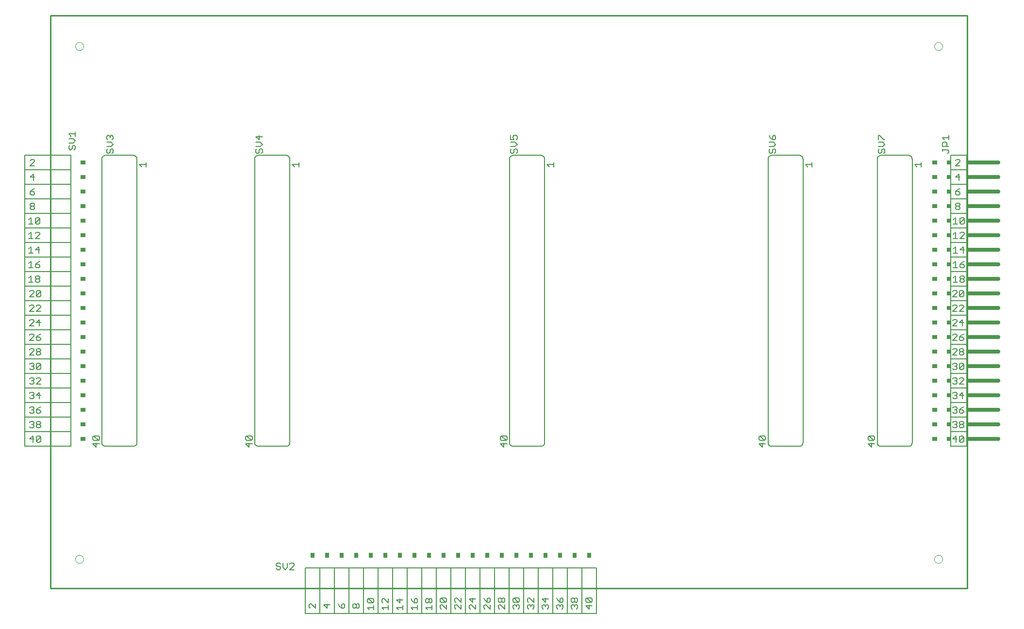
<source format=gbr>
G75*
G70*
%OFA0B0*%
%FSLAX24Y24*%
%IPPOS*%
%LPD*%
%AMOC8*
5,1,8,0,0,1.08239X$1,22.5*
%
%ADD10C,0.0100*%
%ADD11C,0.0000*%
%ADD12C,0.0050*%
%ADD13R,0.0300X0.0260*%
%ADD14C,0.0260*%
%ADD15R,0.0260X0.0260*%
%ADD16R,0.0320X0.0260*%
%ADD17R,0.0260X0.0320*%
D10*
X001885Y001885D02*
X064877Y001885D01*
X064877Y041255D01*
X001885Y041255D01*
X001885Y001885D01*
D11*
X003605Y003885D02*
X003607Y003919D01*
X003613Y003952D01*
X003623Y003984D01*
X003637Y004015D01*
X003655Y004044D01*
X003675Y004071D01*
X003699Y004095D01*
X003726Y004115D01*
X003755Y004133D01*
X003786Y004147D01*
X003818Y004157D01*
X003851Y004163D01*
X003885Y004165D01*
X003919Y004163D01*
X003952Y004157D01*
X003984Y004147D01*
X004015Y004133D01*
X004044Y004115D01*
X004071Y004095D01*
X004095Y004071D01*
X004115Y004044D01*
X004133Y004015D01*
X004147Y003984D01*
X004157Y003952D01*
X004163Y003919D01*
X004165Y003885D01*
X004163Y003851D01*
X004157Y003818D01*
X004147Y003786D01*
X004133Y003755D01*
X004115Y003726D01*
X004095Y003699D01*
X004071Y003675D01*
X004044Y003655D01*
X004015Y003637D01*
X003984Y003623D01*
X003952Y003613D01*
X003919Y003607D01*
X003885Y003605D01*
X003851Y003607D01*
X003818Y003613D01*
X003786Y003623D01*
X003755Y003637D01*
X003726Y003655D01*
X003699Y003675D01*
X003675Y003699D01*
X003655Y003726D01*
X003637Y003755D01*
X003623Y003786D01*
X003613Y003818D01*
X003607Y003851D01*
X003605Y003885D01*
X003605Y039135D02*
X003607Y039169D01*
X003613Y039202D01*
X003623Y039234D01*
X003637Y039265D01*
X003655Y039294D01*
X003675Y039321D01*
X003699Y039345D01*
X003726Y039365D01*
X003755Y039383D01*
X003786Y039397D01*
X003818Y039407D01*
X003851Y039413D01*
X003885Y039415D01*
X003919Y039413D01*
X003952Y039407D01*
X003984Y039397D01*
X004015Y039383D01*
X004044Y039365D01*
X004071Y039345D01*
X004095Y039321D01*
X004115Y039294D01*
X004133Y039265D01*
X004147Y039234D01*
X004157Y039202D01*
X004163Y039169D01*
X004165Y039135D01*
X004163Y039101D01*
X004157Y039068D01*
X004147Y039036D01*
X004133Y039005D01*
X004115Y038976D01*
X004095Y038949D01*
X004071Y038925D01*
X004044Y038905D01*
X004015Y038887D01*
X003984Y038873D01*
X003952Y038863D01*
X003919Y038857D01*
X003885Y038855D01*
X003851Y038857D01*
X003818Y038863D01*
X003786Y038873D01*
X003755Y038887D01*
X003726Y038905D01*
X003699Y038925D01*
X003675Y038949D01*
X003655Y038976D01*
X003637Y039005D01*
X003623Y039036D01*
X003613Y039068D01*
X003607Y039101D01*
X003605Y039135D01*
X062605Y039135D02*
X062607Y039169D01*
X062613Y039202D01*
X062623Y039234D01*
X062637Y039265D01*
X062655Y039294D01*
X062675Y039321D01*
X062699Y039345D01*
X062726Y039365D01*
X062755Y039383D01*
X062786Y039397D01*
X062818Y039407D01*
X062851Y039413D01*
X062885Y039415D01*
X062919Y039413D01*
X062952Y039407D01*
X062984Y039397D01*
X063015Y039383D01*
X063044Y039365D01*
X063071Y039345D01*
X063095Y039321D01*
X063115Y039294D01*
X063133Y039265D01*
X063147Y039234D01*
X063157Y039202D01*
X063163Y039169D01*
X063165Y039135D01*
X063163Y039101D01*
X063157Y039068D01*
X063147Y039036D01*
X063133Y039005D01*
X063115Y038976D01*
X063095Y038949D01*
X063071Y038925D01*
X063044Y038905D01*
X063015Y038887D01*
X062984Y038873D01*
X062952Y038863D01*
X062919Y038857D01*
X062885Y038855D01*
X062851Y038857D01*
X062818Y038863D01*
X062786Y038873D01*
X062755Y038887D01*
X062726Y038905D01*
X062699Y038925D01*
X062675Y038949D01*
X062655Y038976D01*
X062637Y039005D01*
X062623Y039036D01*
X062613Y039068D01*
X062607Y039101D01*
X062605Y039135D01*
X062605Y003885D02*
X062607Y003919D01*
X062613Y003952D01*
X062623Y003984D01*
X062637Y004015D01*
X062655Y004044D01*
X062675Y004071D01*
X062699Y004095D01*
X062726Y004115D01*
X062755Y004133D01*
X062786Y004147D01*
X062818Y004157D01*
X062851Y004163D01*
X062885Y004165D01*
X062919Y004163D01*
X062952Y004157D01*
X062984Y004147D01*
X063015Y004133D01*
X063044Y004115D01*
X063071Y004095D01*
X063095Y004071D01*
X063115Y004044D01*
X063133Y004015D01*
X063147Y003984D01*
X063157Y003952D01*
X063163Y003919D01*
X063165Y003885D01*
X063163Y003851D01*
X063157Y003818D01*
X063147Y003786D01*
X063133Y003755D01*
X063115Y003726D01*
X063095Y003699D01*
X063071Y003675D01*
X063044Y003655D01*
X063015Y003637D01*
X062984Y003623D01*
X062952Y003613D01*
X062919Y003607D01*
X062885Y003605D01*
X062851Y003607D01*
X062818Y003613D01*
X062786Y003623D01*
X062755Y003637D01*
X062726Y003655D01*
X062699Y003675D01*
X062675Y003699D01*
X062655Y003726D01*
X062637Y003755D01*
X062623Y003786D01*
X062613Y003818D01*
X062607Y003851D01*
X062605Y003885D01*
D12*
X058285Y011589D02*
X058285Y011889D01*
X058435Y012049D02*
X058134Y012350D01*
X058435Y012350D01*
X058510Y012274D01*
X058510Y012124D01*
X058435Y012049D01*
X058134Y012049D01*
X058059Y012124D01*
X058059Y012274D01*
X058134Y012350D01*
X058059Y011814D02*
X058285Y011589D01*
X058510Y011814D02*
X058059Y011814D01*
X058685Y011885D02*
X058685Y031385D01*
X058687Y031415D01*
X058692Y031445D01*
X058701Y031474D01*
X058714Y031501D01*
X058729Y031527D01*
X058748Y031551D01*
X058769Y031572D01*
X058793Y031591D01*
X058819Y031606D01*
X058846Y031619D01*
X058875Y031628D01*
X058905Y031633D01*
X058935Y031635D01*
X060835Y031635D01*
X060865Y031633D01*
X060895Y031628D01*
X060924Y031619D01*
X060951Y031606D01*
X060977Y031591D01*
X061001Y031572D01*
X061022Y031551D01*
X061041Y031527D01*
X061056Y031501D01*
X061069Y031474D01*
X061078Y031445D01*
X061083Y031415D01*
X061085Y031385D01*
X061085Y011885D01*
X061083Y011855D01*
X061078Y011825D01*
X061069Y011796D01*
X061056Y011769D01*
X061041Y011743D01*
X061022Y011719D01*
X061001Y011698D01*
X060977Y011679D01*
X060951Y011664D01*
X060924Y011651D01*
X060895Y011642D01*
X060865Y011637D01*
X060835Y011635D01*
X058935Y011635D01*
X058905Y011637D01*
X058875Y011642D01*
X058846Y011651D01*
X058819Y011664D01*
X058793Y011679D01*
X058769Y011698D01*
X058748Y011719D01*
X058729Y011743D01*
X058714Y011769D01*
X058701Y011796D01*
X058692Y011825D01*
X058687Y011855D01*
X058685Y011885D01*
X063735Y011635D02*
X064835Y011635D01*
X064835Y012635D01*
X064835Y013635D01*
X064835Y014635D01*
X064835Y015635D01*
X064835Y016635D01*
X064835Y017635D01*
X064835Y018635D01*
X064835Y019635D01*
X064835Y020635D01*
X064835Y021635D01*
X064835Y022635D01*
X064835Y023635D01*
X064835Y024635D01*
X064835Y025635D01*
X064835Y026635D01*
X064835Y027635D01*
X064835Y028635D01*
X064835Y029635D01*
X064835Y030635D01*
X064835Y031635D01*
X063735Y031635D01*
X063735Y030635D01*
X063735Y029635D01*
X064835Y029635D01*
X064360Y029360D02*
X064210Y029285D01*
X064060Y029135D01*
X064285Y029135D01*
X064360Y029060D01*
X064360Y028985D01*
X064285Y028910D01*
X064135Y028910D01*
X064060Y028985D01*
X064060Y029135D01*
X063735Y028635D02*
X063735Y029635D01*
X064060Y030135D02*
X064360Y030135D01*
X064285Y030360D02*
X064060Y030135D01*
X064285Y029910D02*
X064285Y030360D01*
X064360Y030910D02*
X064060Y030910D01*
X064360Y031210D01*
X064360Y031285D01*
X064285Y031360D01*
X064135Y031360D01*
X064060Y031285D01*
X063535Y031779D02*
X063610Y031854D01*
X063610Y031929D01*
X063535Y032004D01*
X063159Y032004D01*
X063159Y031929D02*
X063159Y032079D01*
X063159Y032239D02*
X063159Y032464D01*
X063234Y032539D01*
X063385Y032539D01*
X063460Y032464D01*
X063460Y032239D01*
X063610Y032239D02*
X063159Y032239D01*
X063309Y032699D02*
X063159Y032849D01*
X063610Y032849D01*
X063610Y032699D02*
X063610Y033000D01*
X061710Y031150D02*
X061710Y030849D01*
X061710Y030999D02*
X061259Y030999D01*
X061409Y030849D01*
X063735Y030635D02*
X064835Y030635D01*
X064835Y028635D02*
X063735Y028635D01*
X063735Y027635D01*
X064835Y027635D01*
X064595Y027360D02*
X064670Y027285D01*
X064370Y026985D01*
X064445Y026910D01*
X064595Y026910D01*
X064670Y026985D01*
X064670Y027285D01*
X064595Y027360D02*
X064445Y027360D01*
X064370Y027285D01*
X064370Y026985D01*
X064210Y026910D02*
X063910Y026910D01*
X064060Y026910D02*
X064060Y027360D01*
X063910Y027210D01*
X063735Y027635D02*
X063735Y026635D01*
X064835Y026635D01*
X064595Y026360D02*
X064445Y026360D01*
X064370Y026285D01*
X064595Y026360D02*
X064670Y026285D01*
X064670Y026210D01*
X064370Y025910D01*
X064670Y025910D01*
X064835Y025635D02*
X063735Y025635D01*
X063735Y026635D01*
X064060Y026360D02*
X064060Y025910D01*
X063910Y025910D02*
X064210Y025910D01*
X063910Y026210D02*
X064060Y026360D01*
X063735Y025635D02*
X063735Y024635D01*
X064835Y024635D01*
X064670Y024360D02*
X064520Y024285D01*
X064370Y024135D01*
X064595Y024135D01*
X064670Y024060D01*
X064670Y023985D01*
X064595Y023910D01*
X064445Y023910D01*
X064370Y023985D01*
X064370Y024135D01*
X064210Y023910D02*
X063910Y023910D01*
X064060Y023910D02*
X064060Y024360D01*
X063910Y024210D01*
X063735Y024635D02*
X063735Y023635D01*
X064835Y023635D01*
X064595Y023360D02*
X064445Y023360D01*
X064370Y023285D01*
X064370Y023210D01*
X064445Y023135D01*
X064595Y023135D01*
X064670Y023060D01*
X064670Y022985D01*
X064595Y022910D01*
X064445Y022910D01*
X064370Y022985D01*
X064370Y023060D01*
X064445Y023135D01*
X064595Y023135D02*
X064670Y023210D01*
X064670Y023285D01*
X064595Y023360D01*
X064060Y023360D02*
X064060Y022910D01*
X063910Y022910D02*
X064210Y022910D01*
X063910Y023210D02*
X064060Y023360D01*
X063735Y023635D02*
X063735Y022635D01*
X064835Y022635D01*
X064545Y022360D02*
X064395Y022360D01*
X064320Y022285D01*
X064320Y021985D01*
X064620Y022285D01*
X064620Y021985D01*
X064545Y021910D01*
X064395Y021910D01*
X064320Y021985D01*
X064160Y021910D02*
X063860Y021910D01*
X064160Y022210D01*
X064160Y022285D01*
X064085Y022360D01*
X063935Y022360D01*
X063860Y022285D01*
X063735Y022635D02*
X063735Y021635D01*
X064835Y021635D01*
X064545Y021360D02*
X064395Y021360D01*
X064320Y021285D01*
X064160Y021285D02*
X064085Y021360D01*
X063935Y021360D01*
X063860Y021285D01*
X064160Y021285D02*
X064160Y021210D01*
X063860Y020910D01*
X064160Y020910D01*
X064320Y020910D02*
X064620Y021210D01*
X064620Y021285D01*
X064545Y021360D01*
X064620Y020910D02*
X064320Y020910D01*
X064835Y020635D02*
X063735Y020635D01*
X063735Y019635D01*
X064835Y019635D01*
X064620Y019360D02*
X064470Y019285D01*
X064320Y019135D01*
X064545Y019135D01*
X064620Y019060D01*
X064620Y018985D01*
X064545Y018910D01*
X064395Y018910D01*
X064320Y018985D01*
X064320Y019135D01*
X064160Y019210D02*
X064160Y019285D01*
X064085Y019360D01*
X063935Y019360D01*
X063860Y019285D01*
X064160Y019210D02*
X063860Y018910D01*
X064160Y018910D01*
X063735Y018635D02*
X063735Y019635D01*
X063860Y019910D02*
X064160Y020210D01*
X064160Y020285D01*
X064085Y020360D01*
X063935Y020360D01*
X063860Y020285D01*
X063735Y020635D02*
X063735Y021635D01*
X064545Y022360D02*
X064620Y022285D01*
X064545Y020360D02*
X064320Y020135D01*
X064620Y020135D01*
X064545Y019910D02*
X064545Y020360D01*
X064160Y019910D02*
X063860Y019910D01*
X063735Y018635D02*
X064835Y018635D01*
X064545Y018360D02*
X064620Y018285D01*
X064620Y018210D01*
X064545Y018135D01*
X064395Y018135D01*
X064320Y018210D01*
X064320Y018285D01*
X064395Y018360D01*
X064545Y018360D01*
X064545Y018135D02*
X064620Y018060D01*
X064620Y017985D01*
X064545Y017910D01*
X064395Y017910D01*
X064320Y017985D01*
X064320Y018060D01*
X064395Y018135D01*
X064160Y018210D02*
X064160Y018285D01*
X064085Y018360D01*
X063935Y018360D01*
X063860Y018285D01*
X064160Y018210D02*
X063860Y017910D01*
X064160Y017910D01*
X063735Y017635D02*
X063735Y018635D01*
X063735Y017635D02*
X064835Y017635D01*
X064545Y017360D02*
X064395Y017360D01*
X064320Y017285D01*
X064320Y016985D01*
X064620Y017285D01*
X064620Y016985D01*
X064545Y016910D01*
X064395Y016910D01*
X064320Y016985D01*
X064160Y016985D02*
X064085Y016910D01*
X063935Y016910D01*
X063860Y016985D01*
X064010Y017135D02*
X064085Y017135D01*
X064160Y017060D01*
X064160Y016985D01*
X064085Y017135D02*
X064160Y017210D01*
X064160Y017285D01*
X064085Y017360D01*
X063935Y017360D01*
X063860Y017285D01*
X063735Y017635D02*
X063735Y016635D01*
X064835Y016635D01*
X064545Y016360D02*
X064395Y016360D01*
X064320Y016285D01*
X064160Y016285D02*
X064160Y016210D01*
X064085Y016135D01*
X064160Y016060D01*
X064160Y015985D01*
X064085Y015910D01*
X063935Y015910D01*
X063860Y015985D01*
X064010Y016135D02*
X064085Y016135D01*
X064160Y016285D02*
X064085Y016360D01*
X063935Y016360D01*
X063860Y016285D01*
X063735Y016635D02*
X063735Y015635D01*
X063735Y014635D01*
X064835Y014635D01*
X064620Y014360D02*
X064470Y014285D01*
X064320Y014135D01*
X064545Y014135D01*
X064620Y014060D01*
X064620Y013985D01*
X064545Y013910D01*
X064395Y013910D01*
X064320Y013985D01*
X064320Y014135D01*
X064160Y014210D02*
X064085Y014135D01*
X064160Y014060D01*
X064160Y013985D01*
X064085Y013910D01*
X063935Y013910D01*
X063860Y013985D01*
X064010Y014135D02*
X064085Y014135D01*
X064160Y014210D02*
X064160Y014285D01*
X064085Y014360D01*
X063935Y014360D01*
X063860Y014285D01*
X063735Y014635D02*
X063735Y013635D01*
X064835Y013635D01*
X064545Y013360D02*
X064620Y013285D01*
X064620Y013210D01*
X064545Y013135D01*
X064395Y013135D01*
X064320Y013210D01*
X064320Y013285D01*
X064395Y013360D01*
X064545Y013360D01*
X064545Y013135D02*
X064620Y013060D01*
X064620Y012985D01*
X064545Y012910D01*
X064395Y012910D01*
X064320Y012985D01*
X064320Y013060D01*
X064395Y013135D01*
X064160Y013210D02*
X064085Y013135D01*
X064160Y013060D01*
X064160Y012985D01*
X064085Y012910D01*
X063935Y012910D01*
X063860Y012985D01*
X064010Y013135D02*
X064085Y013135D01*
X064160Y013210D02*
X064160Y013285D01*
X064085Y013360D01*
X063935Y013360D01*
X063860Y013285D01*
X063735Y013635D02*
X063735Y012635D01*
X064835Y012635D01*
X064545Y012360D02*
X064395Y012360D01*
X064320Y012285D01*
X064320Y011985D01*
X064620Y012285D01*
X064620Y011985D01*
X064545Y011910D01*
X064395Y011910D01*
X064320Y011985D01*
X064160Y012135D02*
X063860Y012135D01*
X064085Y012360D01*
X064085Y011910D01*
X063735Y011635D02*
X063735Y012635D01*
X064545Y012360D02*
X064620Y012285D01*
X064545Y014910D02*
X064545Y015360D01*
X064320Y015135D01*
X064620Y015135D01*
X064160Y015060D02*
X064160Y014985D01*
X064085Y014910D01*
X063935Y014910D01*
X063860Y014985D01*
X064010Y015135D02*
X064085Y015135D01*
X064160Y015060D01*
X064085Y015135D02*
X064160Y015210D01*
X064160Y015285D01*
X064085Y015360D01*
X063935Y015360D01*
X063860Y015285D01*
X063735Y015635D02*
X064835Y015635D01*
X064620Y015910D02*
X064320Y015910D01*
X064620Y016210D01*
X064620Y016285D01*
X064545Y016360D01*
X064620Y017285D02*
X064545Y017360D01*
X053585Y011885D02*
X053585Y031385D01*
X053583Y031415D01*
X053578Y031445D01*
X053569Y031474D01*
X053556Y031501D01*
X053541Y031527D01*
X053522Y031551D01*
X053501Y031572D01*
X053477Y031591D01*
X053451Y031606D01*
X053424Y031619D01*
X053395Y031628D01*
X053365Y031633D01*
X053335Y031635D01*
X051435Y031635D01*
X051409Y031779D02*
X051485Y031854D01*
X051485Y032004D01*
X051560Y032079D01*
X051635Y032079D01*
X051710Y032004D01*
X051710Y031854D01*
X051635Y031779D01*
X051409Y031779D02*
X051334Y031779D01*
X051259Y031854D01*
X051259Y032004D01*
X051334Y032079D01*
X051259Y032239D02*
X051560Y032239D01*
X051710Y032389D01*
X051560Y032539D01*
X051259Y032539D01*
X051485Y032699D02*
X051485Y032924D01*
X051560Y033000D01*
X051635Y033000D01*
X051710Y032924D01*
X051710Y032774D01*
X051635Y032699D01*
X051485Y032699D01*
X051334Y032849D01*
X051259Y033000D01*
X051185Y031385D02*
X051185Y011885D01*
X051010Y011814D02*
X050559Y011814D01*
X050785Y011589D01*
X050785Y011889D01*
X050935Y012049D02*
X050634Y012350D01*
X050935Y012350D01*
X051010Y012274D01*
X051010Y012124D01*
X050935Y012049D01*
X050634Y012049D01*
X050559Y012124D01*
X050559Y012274D01*
X050634Y012350D01*
X051185Y011885D02*
X051187Y011855D01*
X051192Y011825D01*
X051201Y011796D01*
X051214Y011769D01*
X051229Y011743D01*
X051248Y011719D01*
X051269Y011698D01*
X051293Y011679D01*
X051319Y011664D01*
X051346Y011651D01*
X051375Y011642D01*
X051405Y011637D01*
X051435Y011635D01*
X053335Y011635D01*
X053365Y011637D01*
X053395Y011642D01*
X053424Y011651D01*
X053451Y011664D01*
X053477Y011679D01*
X053501Y011698D01*
X053522Y011719D01*
X053541Y011743D01*
X053556Y011769D01*
X053569Y011796D01*
X053578Y011825D01*
X053583Y011855D01*
X053585Y011885D01*
X039385Y003285D02*
X039385Y000135D01*
X038385Y000135D01*
X037385Y000135D01*
X037385Y003285D01*
X038385Y003285D01*
X039385Y003285D01*
X038385Y003285D02*
X038385Y000135D01*
X038035Y000460D02*
X038110Y000535D01*
X038110Y000685D01*
X038035Y000760D01*
X037960Y000760D01*
X037885Y000685D01*
X037885Y000610D01*
X037885Y000685D02*
X037809Y000760D01*
X037734Y000760D01*
X037659Y000685D01*
X037659Y000535D01*
X037734Y000460D01*
X037734Y000920D02*
X037809Y000920D01*
X037885Y000995D01*
X037885Y001145D01*
X037960Y001220D01*
X038035Y001220D01*
X038110Y001145D01*
X038110Y000995D01*
X038035Y000920D01*
X037960Y000920D01*
X037885Y000995D01*
X037885Y001145D02*
X037809Y001220D01*
X037734Y001220D01*
X037659Y001145D01*
X037659Y000995D01*
X037734Y000920D01*
X037110Y000995D02*
X037110Y001145D01*
X037035Y001220D01*
X036960Y001220D01*
X036885Y001145D01*
X036885Y000920D01*
X037035Y000920D01*
X037110Y000995D01*
X036885Y000920D02*
X036734Y001070D01*
X036659Y001220D01*
X036734Y000760D02*
X036809Y000760D01*
X036885Y000685D01*
X036960Y000760D01*
X037035Y000760D01*
X037110Y000685D01*
X037110Y000535D01*
X037035Y000460D01*
X036885Y000610D02*
X036885Y000685D01*
X036734Y000760D02*
X036659Y000685D01*
X036659Y000535D01*
X036734Y000460D01*
X036385Y000135D02*
X037385Y000135D01*
X036385Y000135D02*
X035385Y000135D01*
X034385Y000135D01*
X034385Y003285D01*
X035385Y003285D01*
X036385Y003285D01*
X037385Y003285D01*
X036385Y003285D02*
X036385Y000135D01*
X036035Y000460D02*
X036110Y000535D01*
X036110Y000685D01*
X036035Y000760D01*
X035960Y000760D01*
X035885Y000685D01*
X035885Y000610D01*
X035885Y000685D02*
X035809Y000760D01*
X035734Y000760D01*
X035659Y000685D01*
X035659Y000535D01*
X035734Y000460D01*
X035385Y000135D02*
X035385Y003285D01*
X034385Y003285D02*
X033385Y003285D01*
X032385Y003285D01*
X032385Y000135D01*
X033385Y000135D01*
X034385Y000135D01*
X034734Y000460D02*
X034659Y000535D01*
X034659Y000685D01*
X034734Y000760D01*
X034809Y000760D01*
X034885Y000685D01*
X034960Y000760D01*
X035035Y000760D01*
X035110Y000685D01*
X035110Y000535D01*
X035035Y000460D01*
X034885Y000610D02*
X034885Y000685D01*
X034734Y000920D02*
X034659Y000995D01*
X034659Y001145D01*
X034734Y001220D01*
X034809Y001220D01*
X035110Y000920D01*
X035110Y001220D01*
X035659Y001145D02*
X035885Y000920D01*
X035885Y001220D01*
X036110Y001145D02*
X035659Y001145D01*
X034110Y001145D02*
X034110Y000995D01*
X034035Y000920D01*
X033734Y001220D01*
X034035Y001220D01*
X034110Y001145D01*
X034035Y000920D02*
X033734Y000920D01*
X033659Y000995D01*
X033659Y001145D01*
X033734Y001220D01*
X033734Y000760D02*
X033809Y000760D01*
X033885Y000685D01*
X033960Y000760D01*
X034035Y000760D01*
X034110Y000685D01*
X034110Y000535D01*
X034035Y000460D01*
X033885Y000610D02*
X033885Y000685D01*
X033734Y000760D02*
X033659Y000685D01*
X033659Y000535D01*
X033734Y000460D01*
X033385Y000135D02*
X033385Y003285D01*
X032385Y003285D02*
X031385Y003285D01*
X031385Y000135D01*
X032385Y000135D01*
X032110Y000460D02*
X031809Y000760D01*
X031734Y000760D01*
X031659Y000685D01*
X031659Y000535D01*
X031734Y000460D01*
X032110Y000460D02*
X032110Y000760D01*
X032035Y000920D02*
X032110Y000995D01*
X032110Y001145D01*
X032035Y001220D01*
X031960Y001220D01*
X031885Y001145D01*
X031885Y000920D01*
X032035Y000920D01*
X031885Y000920D02*
X031734Y001070D01*
X031659Y001220D01*
X031110Y001145D02*
X030659Y001145D01*
X030885Y000920D01*
X030885Y001220D01*
X030809Y000760D02*
X030734Y000760D01*
X030659Y000685D01*
X030659Y000535D01*
X030734Y000460D01*
X030809Y000760D02*
X031110Y000460D01*
X031110Y000760D01*
X031385Y000135D02*
X030385Y000135D01*
X029385Y000135D01*
X028385Y000135D01*
X027385Y000135D01*
X027385Y003285D01*
X028385Y003285D01*
X029385Y003285D01*
X030385Y003285D01*
X031385Y003285D01*
X030385Y003285D02*
X030385Y000135D01*
X030110Y000460D02*
X029809Y000760D01*
X029734Y000760D01*
X029659Y000685D01*
X029659Y000535D01*
X029734Y000460D01*
X030110Y000460D02*
X030110Y000760D01*
X030110Y000920D02*
X029809Y001220D01*
X029734Y001220D01*
X029659Y001145D01*
X029659Y000995D01*
X029734Y000920D01*
X030110Y000920D02*
X030110Y001220D01*
X029110Y001145D02*
X029110Y000995D01*
X029035Y000920D01*
X028734Y001220D01*
X029035Y001220D01*
X029110Y001145D01*
X029035Y000920D02*
X028734Y000920D01*
X028659Y000995D01*
X028659Y001145D01*
X028734Y001220D01*
X028734Y000760D02*
X028659Y000685D01*
X028659Y000535D01*
X028734Y000460D01*
X028734Y000760D02*
X028809Y000760D01*
X029110Y000460D01*
X029110Y000760D01*
X029385Y000135D02*
X029385Y003285D01*
X028385Y003285D02*
X028385Y000135D01*
X028110Y000410D02*
X028110Y000710D01*
X028110Y000560D02*
X027659Y000560D01*
X027809Y000410D01*
X027385Y000135D02*
X026385Y000135D01*
X025385Y000135D01*
X024385Y000135D01*
X024385Y003285D01*
X025385Y003285D01*
X026385Y003285D01*
X027385Y003285D01*
X026385Y003285D02*
X026385Y000135D01*
X026110Y000410D02*
X026110Y000710D01*
X026110Y000560D02*
X025659Y000560D01*
X025809Y000410D01*
X025385Y000135D02*
X025385Y003285D01*
X024385Y003285D02*
X023385Y003285D01*
X022385Y003285D01*
X022385Y000135D01*
X023385Y000135D01*
X024385Y000135D01*
X024110Y000410D02*
X024110Y000710D01*
X024110Y000560D02*
X023659Y000560D01*
X023809Y000410D01*
X023385Y000135D02*
X023385Y003285D01*
X022385Y003285D02*
X021385Y003285D01*
X021385Y000135D01*
X022385Y000135D01*
X022734Y000510D02*
X022809Y000510D01*
X022885Y000585D01*
X022885Y000735D01*
X022960Y000810D01*
X023035Y000810D01*
X023110Y000735D01*
X023110Y000585D01*
X023035Y000510D01*
X022960Y000510D01*
X022885Y000585D01*
X022885Y000735D02*
X022809Y000810D01*
X022734Y000810D01*
X022659Y000735D01*
X022659Y000585D01*
X022734Y000510D01*
X022110Y000585D02*
X022110Y000735D01*
X022035Y000810D01*
X021960Y000810D01*
X021885Y000735D01*
X021885Y000510D01*
X022035Y000510D01*
X022110Y000585D01*
X021885Y000510D02*
X021734Y000660D01*
X021659Y000810D01*
X021110Y000735D02*
X020659Y000735D01*
X020885Y000510D01*
X020885Y000810D01*
X021385Y000135D02*
X020385Y000135D01*
X019385Y000135D01*
X019385Y003285D01*
X020385Y003285D01*
X021385Y003285D01*
X020385Y003285D02*
X020385Y000135D01*
X020110Y000510D02*
X019809Y000810D01*
X019734Y000810D01*
X019659Y000735D01*
X019659Y000585D01*
X019734Y000510D01*
X020110Y000510D02*
X020110Y000810D01*
X018631Y003160D02*
X018330Y003160D01*
X018631Y003460D01*
X018631Y003535D01*
X018556Y003610D01*
X018405Y003610D01*
X018330Y003535D01*
X018170Y003610D02*
X018170Y003310D01*
X018020Y003160D01*
X017870Y003310D01*
X017870Y003610D01*
X017710Y003535D02*
X017635Y003610D01*
X017485Y003610D01*
X017410Y003535D01*
X017410Y003460D01*
X017485Y003385D01*
X017635Y003385D01*
X017710Y003310D01*
X017710Y003235D01*
X017635Y003160D01*
X017485Y003160D01*
X017410Y003235D01*
X023659Y001095D02*
X023734Y001170D01*
X024035Y000870D01*
X024110Y000945D01*
X024110Y001095D01*
X024035Y001170D01*
X023734Y001170D01*
X023659Y001095D02*
X023659Y000945D01*
X023734Y000870D01*
X024035Y000870D01*
X024659Y000945D02*
X024734Y000870D01*
X024659Y000945D02*
X024659Y001095D01*
X024734Y001170D01*
X024809Y001170D01*
X025110Y000870D01*
X025110Y001170D01*
X025110Y000710D02*
X025110Y000410D01*
X025110Y000560D02*
X024659Y000560D01*
X024809Y000410D01*
X025659Y001095D02*
X025885Y000870D01*
X025885Y001170D01*
X026110Y001095D02*
X025659Y001095D01*
X026659Y001170D02*
X026734Y001020D01*
X026885Y000870D01*
X026885Y001095D01*
X026960Y001170D01*
X027035Y001170D01*
X027110Y001095D01*
X027110Y000945D01*
X027035Y000870D01*
X026885Y000870D01*
X027110Y000710D02*
X027110Y000410D01*
X027110Y000560D02*
X026659Y000560D01*
X026809Y000410D01*
X027659Y000945D02*
X027659Y001095D01*
X027734Y001170D01*
X027809Y001170D01*
X027885Y001095D01*
X027885Y000945D01*
X027809Y000870D01*
X027734Y000870D01*
X027659Y000945D01*
X027885Y000945D02*
X027960Y000870D01*
X028035Y000870D01*
X028110Y000945D01*
X028110Y001095D01*
X028035Y001170D01*
X027960Y001170D01*
X027885Y001095D01*
X032659Y001145D02*
X032734Y001220D01*
X032809Y001220D01*
X032885Y001145D01*
X032885Y000995D01*
X032809Y000920D01*
X032734Y000920D01*
X032659Y000995D01*
X032659Y001145D01*
X032885Y001145D02*
X032960Y001220D01*
X033035Y001220D01*
X033110Y001145D01*
X033110Y000995D01*
X033035Y000920D01*
X032960Y000920D01*
X032885Y000995D01*
X032809Y000760D02*
X032734Y000760D01*
X032659Y000685D01*
X032659Y000535D01*
X032734Y000460D01*
X032809Y000760D02*
X033110Y000460D01*
X033110Y000760D01*
X038659Y000685D02*
X038885Y000460D01*
X038885Y000760D01*
X039035Y000920D02*
X038734Y001220D01*
X039035Y001220D01*
X039110Y001145D01*
X039110Y000995D01*
X039035Y000920D01*
X038734Y000920D01*
X038659Y000995D01*
X038659Y001145D01*
X038734Y001220D01*
X038659Y000685D02*
X039110Y000685D01*
X033035Y011589D02*
X033035Y011889D01*
X033185Y012049D02*
X032884Y012350D01*
X033185Y012350D01*
X033260Y012274D01*
X033260Y012124D01*
X033185Y012049D01*
X032884Y012049D01*
X032809Y012124D01*
X032809Y012274D01*
X032884Y012350D01*
X032809Y011814D02*
X033035Y011589D01*
X033260Y011814D02*
X032809Y011814D01*
X033435Y011885D02*
X033435Y031385D01*
X033437Y031415D01*
X033442Y031445D01*
X033451Y031474D01*
X033464Y031501D01*
X033479Y031527D01*
X033498Y031551D01*
X033519Y031572D01*
X033543Y031591D01*
X033569Y031606D01*
X033596Y031619D01*
X033625Y031628D01*
X033655Y031633D01*
X033685Y031635D01*
X035585Y031635D01*
X035615Y031633D01*
X035645Y031628D01*
X035674Y031619D01*
X035701Y031606D01*
X035727Y031591D01*
X035751Y031572D01*
X035772Y031551D01*
X035791Y031527D01*
X035806Y031501D01*
X035819Y031474D01*
X035828Y031445D01*
X035833Y031415D01*
X035835Y031385D01*
X035835Y011885D01*
X035833Y011855D01*
X035828Y011825D01*
X035819Y011796D01*
X035806Y011769D01*
X035791Y011743D01*
X035772Y011719D01*
X035751Y011698D01*
X035727Y011679D01*
X035701Y011664D01*
X035674Y011651D01*
X035645Y011642D01*
X035615Y011637D01*
X035585Y011635D01*
X033685Y011635D01*
X033655Y011637D01*
X033625Y011642D01*
X033596Y011651D01*
X033569Y011664D01*
X033543Y011679D01*
X033519Y011698D01*
X033498Y011719D01*
X033479Y011743D01*
X033464Y011769D01*
X033451Y011796D01*
X033442Y011825D01*
X033437Y011855D01*
X033435Y011885D01*
X018335Y011885D02*
X018335Y031385D01*
X018333Y031415D01*
X018328Y031445D01*
X018319Y031474D01*
X018306Y031501D01*
X018291Y031527D01*
X018272Y031551D01*
X018251Y031572D01*
X018227Y031591D01*
X018201Y031606D01*
X018174Y031619D01*
X018145Y031628D01*
X018115Y031633D01*
X018085Y031635D01*
X016185Y031635D01*
X016159Y031779D02*
X016235Y031854D01*
X016235Y032004D01*
X016310Y032079D01*
X016385Y032079D01*
X016460Y032004D01*
X016460Y031854D01*
X016385Y031779D01*
X016159Y031779D02*
X016084Y031779D01*
X016009Y031854D01*
X016009Y032004D01*
X016084Y032079D01*
X016009Y032239D02*
X016310Y032239D01*
X016460Y032389D01*
X016310Y032539D01*
X016009Y032539D01*
X016235Y032699D02*
X016009Y032924D01*
X016460Y032924D01*
X016235Y033000D02*
X016235Y032699D01*
X016185Y031635D02*
X016155Y031633D01*
X016125Y031628D01*
X016096Y031619D01*
X016069Y031606D01*
X016043Y031591D01*
X016019Y031572D01*
X015998Y031551D01*
X015979Y031527D01*
X015964Y031501D01*
X015951Y031474D01*
X015942Y031445D01*
X015937Y031415D01*
X015935Y031385D01*
X015935Y011885D01*
X015760Y011814D02*
X015309Y011814D01*
X015535Y011589D01*
X015535Y011889D01*
X015685Y012049D02*
X015384Y012350D01*
X015685Y012350D01*
X015760Y012274D01*
X015760Y012124D01*
X015685Y012049D01*
X015384Y012049D01*
X015309Y012124D01*
X015309Y012274D01*
X015384Y012350D01*
X015935Y011885D02*
X015937Y011855D01*
X015942Y011825D01*
X015951Y011796D01*
X015964Y011769D01*
X015979Y011743D01*
X015998Y011719D01*
X016019Y011698D01*
X016043Y011679D01*
X016069Y011664D01*
X016096Y011651D01*
X016125Y011642D01*
X016155Y011637D01*
X016185Y011635D01*
X018085Y011635D01*
X018115Y011637D01*
X018145Y011642D01*
X018174Y011651D01*
X018201Y011664D01*
X018227Y011679D01*
X018251Y011698D01*
X018272Y011719D01*
X018291Y011743D01*
X018306Y011769D01*
X018319Y011796D01*
X018328Y011825D01*
X018333Y011855D01*
X018335Y011885D01*
X007835Y011885D02*
X007835Y031385D01*
X007833Y031415D01*
X007828Y031445D01*
X007819Y031474D01*
X007806Y031501D01*
X007791Y031527D01*
X007772Y031551D01*
X007751Y031572D01*
X007727Y031591D01*
X007701Y031606D01*
X007674Y031619D01*
X007645Y031628D01*
X007615Y031633D01*
X007585Y031635D01*
X005685Y031635D01*
X005834Y031779D02*
X005909Y031779D01*
X005985Y031854D01*
X005985Y032004D01*
X006060Y032079D01*
X006135Y032079D01*
X006210Y032004D01*
X006210Y031854D01*
X006135Y031779D01*
X005834Y031779D02*
X005759Y031854D01*
X005759Y032004D01*
X005834Y032079D01*
X005759Y032239D02*
X006060Y032239D01*
X006210Y032389D01*
X006060Y032539D01*
X005759Y032539D01*
X005834Y032699D02*
X005759Y032774D01*
X005759Y032924D01*
X005834Y033000D01*
X005909Y033000D01*
X005985Y032924D01*
X006060Y033000D01*
X006135Y033000D01*
X006210Y032924D01*
X006210Y032774D01*
X006135Y032699D01*
X005985Y032849D02*
X005985Y032924D01*
X003610Y032949D02*
X003610Y033250D01*
X003610Y033099D02*
X003159Y033099D01*
X003309Y032949D01*
X003159Y032789D02*
X003460Y032789D01*
X003610Y032639D01*
X003460Y032489D01*
X003159Y032489D01*
X003234Y032329D02*
X003159Y032254D01*
X003159Y032104D01*
X003234Y032029D01*
X003309Y032029D01*
X003385Y032104D01*
X003385Y032254D01*
X003460Y032329D01*
X003535Y032329D01*
X003610Y032254D01*
X003610Y032104D01*
X003535Y032029D01*
X003285Y031635D02*
X000135Y031635D01*
X000135Y030635D01*
X000135Y029635D01*
X000135Y028635D01*
X000135Y027635D01*
X000135Y026635D01*
X000135Y025635D01*
X000135Y024635D01*
X000135Y023635D01*
X000135Y022635D01*
X000135Y021635D01*
X000135Y020635D01*
X000135Y019635D01*
X000135Y018635D01*
X000135Y017635D01*
X000135Y016635D01*
X000135Y015635D01*
X000135Y014635D01*
X000135Y013635D01*
X000135Y012635D01*
X000135Y011635D01*
X003285Y011635D01*
X003285Y012635D01*
X003285Y013635D01*
X000135Y013635D01*
X000460Y013985D02*
X000535Y013910D01*
X000685Y013910D01*
X000760Y013985D01*
X000760Y014060D01*
X000685Y014135D01*
X000610Y014135D01*
X000685Y014135D02*
X000760Y014210D01*
X000760Y014285D01*
X000685Y014360D01*
X000535Y014360D01*
X000460Y014285D01*
X000135Y014635D02*
X003285Y014635D01*
X003285Y013635D01*
X003285Y012635D02*
X000135Y012635D01*
X000460Y012985D02*
X000535Y012910D01*
X000685Y012910D01*
X000760Y012985D01*
X000760Y013060D01*
X000685Y013135D01*
X000610Y013135D01*
X000685Y013135D02*
X000760Y013210D01*
X000760Y013285D01*
X000685Y013360D01*
X000535Y013360D01*
X000460Y013285D01*
X000920Y013285D02*
X000920Y013210D01*
X000995Y013135D01*
X001145Y013135D01*
X001220Y013060D01*
X001220Y012985D01*
X001145Y012910D01*
X000995Y012910D01*
X000920Y012985D01*
X000920Y013060D01*
X000995Y013135D01*
X001145Y013135D02*
X001220Y013210D01*
X001220Y013285D01*
X001145Y013360D01*
X000995Y013360D01*
X000920Y013285D01*
X000995Y013910D02*
X001145Y013910D01*
X001220Y013985D01*
X001220Y014060D01*
X001145Y014135D01*
X000920Y014135D01*
X000920Y013985D01*
X000995Y013910D01*
X000920Y014135D02*
X001070Y014285D01*
X001220Y014360D01*
X001145Y014910D02*
X001145Y015360D01*
X000920Y015135D01*
X001220Y015135D01*
X000760Y015060D02*
X000760Y014985D01*
X000685Y014910D01*
X000535Y014910D01*
X000460Y014985D01*
X000610Y015135D02*
X000685Y015135D01*
X000760Y015060D01*
X000685Y015135D02*
X000760Y015210D01*
X000760Y015285D01*
X000685Y015360D01*
X000535Y015360D01*
X000460Y015285D01*
X000135Y015635D02*
X003285Y015635D01*
X003285Y014635D01*
X003285Y015635D02*
X003285Y016635D01*
X000135Y016635D01*
X000460Y016985D02*
X000535Y016910D01*
X000685Y016910D01*
X000760Y016985D01*
X000760Y017060D01*
X000685Y017135D01*
X000610Y017135D01*
X000685Y017135D02*
X000760Y017210D01*
X000760Y017285D01*
X000685Y017360D01*
X000535Y017360D01*
X000460Y017285D01*
X000920Y017285D02*
X000995Y017360D01*
X001145Y017360D01*
X001220Y017285D01*
X000920Y016985D01*
X000995Y016910D01*
X001145Y016910D01*
X001220Y016985D01*
X001220Y017285D01*
X000920Y017285D02*
X000920Y016985D01*
X000135Y017635D02*
X003285Y017635D01*
X003285Y016635D01*
X003285Y017635D02*
X003285Y018635D01*
X000135Y018635D01*
X000460Y018910D02*
X000760Y019210D01*
X000760Y019285D01*
X000685Y019360D01*
X000535Y019360D01*
X000460Y019285D01*
X000460Y018910D02*
X000760Y018910D01*
X000920Y018985D02*
X000995Y018910D01*
X001145Y018910D01*
X001220Y018985D01*
X001220Y019060D01*
X001145Y019135D01*
X000920Y019135D01*
X000920Y018985D01*
X000920Y019135D02*
X001070Y019285D01*
X001220Y019360D01*
X000135Y019635D02*
X003285Y019635D01*
X003285Y018635D01*
X003285Y019635D02*
X003285Y020635D01*
X000135Y020635D01*
X000460Y020910D02*
X000760Y021210D01*
X000760Y021285D01*
X000685Y021360D01*
X000535Y021360D01*
X000460Y021285D01*
X000460Y020910D02*
X000760Y020910D01*
X000920Y020910D02*
X001220Y021210D01*
X001220Y021285D01*
X001145Y021360D01*
X000995Y021360D01*
X000920Y021285D01*
X000920Y020910D02*
X001220Y020910D01*
X001145Y020360D02*
X000920Y020135D01*
X001220Y020135D01*
X001145Y019910D02*
X001145Y020360D01*
X000760Y020285D02*
X000685Y020360D01*
X000535Y020360D01*
X000460Y020285D01*
X000760Y020285D02*
X000760Y020210D01*
X000460Y019910D01*
X000760Y019910D01*
X003285Y020635D02*
X003285Y021635D01*
X000135Y021635D01*
X000460Y021910D02*
X000760Y022210D01*
X000760Y022285D01*
X000685Y022360D01*
X000535Y022360D01*
X000460Y022285D01*
X000460Y021910D02*
X000760Y021910D01*
X000920Y021985D02*
X000995Y021910D01*
X001145Y021910D01*
X001220Y021985D01*
X001220Y022285D01*
X000920Y021985D01*
X000920Y022285D01*
X000995Y022360D01*
X001145Y022360D01*
X001220Y022285D01*
X000135Y022635D02*
X003285Y022635D01*
X003285Y023635D01*
X000135Y023635D01*
X000410Y023910D02*
X000710Y023910D01*
X000560Y023910D02*
X000560Y024360D01*
X000410Y024210D01*
X000870Y024135D02*
X000870Y023985D01*
X000945Y023910D01*
X001095Y023910D01*
X001170Y023985D01*
X001170Y024060D01*
X001095Y024135D01*
X000870Y024135D01*
X001020Y024285D01*
X001170Y024360D01*
X000135Y024635D02*
X003285Y024635D01*
X003285Y023635D01*
X003285Y024635D02*
X003285Y025635D01*
X000135Y025635D01*
X000410Y025910D02*
X000710Y025910D01*
X000560Y025910D02*
X000560Y026360D01*
X000410Y026210D01*
X000870Y026285D02*
X000945Y026360D01*
X001095Y026360D01*
X001170Y026285D01*
X001170Y026210D01*
X000870Y025910D01*
X001170Y025910D01*
X001095Y025360D02*
X000870Y025135D01*
X001170Y025135D01*
X001095Y024910D02*
X001095Y025360D01*
X000560Y025360D02*
X000560Y024910D01*
X000410Y024910D02*
X000710Y024910D01*
X000410Y025210D02*
X000560Y025360D01*
X000135Y026635D02*
X003285Y026635D01*
X003285Y025635D01*
X003285Y026635D02*
X003285Y027635D01*
X003285Y028635D01*
X000135Y028635D01*
X000510Y028985D02*
X000585Y028910D01*
X000735Y028910D01*
X000810Y028985D01*
X000810Y029060D01*
X000735Y029135D01*
X000510Y029135D01*
X000510Y028985D01*
X000510Y029135D02*
X000660Y029285D01*
X000810Y029360D01*
X000135Y029635D02*
X003285Y029635D01*
X003285Y028635D01*
X003285Y029635D02*
X003285Y030635D01*
X000135Y030635D01*
X000510Y030910D02*
X000810Y031210D01*
X000810Y031285D01*
X000735Y031360D01*
X000585Y031360D01*
X000510Y031285D01*
X000510Y030910D02*
X000810Y030910D01*
X000735Y030360D02*
X000510Y030135D01*
X000810Y030135D01*
X000735Y029910D02*
X000735Y030360D01*
X003285Y030635D02*
X003285Y031635D01*
X005435Y031385D02*
X005435Y011885D01*
X005260Y011814D02*
X004809Y011814D01*
X005035Y011589D01*
X005035Y011889D01*
X005185Y012049D02*
X004884Y012350D01*
X005185Y012350D01*
X005260Y012274D01*
X005260Y012124D01*
X005185Y012049D01*
X004884Y012049D01*
X004809Y012124D01*
X004809Y012274D01*
X004884Y012350D01*
X005435Y011885D02*
X005437Y011855D01*
X005442Y011825D01*
X005451Y011796D01*
X005464Y011769D01*
X005479Y011743D01*
X005498Y011719D01*
X005519Y011698D01*
X005543Y011679D01*
X005569Y011664D01*
X005596Y011651D01*
X005625Y011642D01*
X005655Y011637D01*
X005685Y011635D01*
X007585Y011635D01*
X007615Y011637D01*
X007645Y011642D01*
X007674Y011651D01*
X007701Y011664D01*
X007727Y011679D01*
X007751Y011698D01*
X007772Y011719D01*
X007791Y011743D01*
X007806Y011769D01*
X007819Y011796D01*
X007828Y011825D01*
X007833Y011855D01*
X007835Y011885D01*
X001220Y011985D02*
X001145Y011910D01*
X000995Y011910D01*
X000920Y011985D01*
X001220Y012285D01*
X001220Y011985D01*
X000920Y011985D02*
X000920Y012285D01*
X000995Y012360D01*
X001145Y012360D01*
X001220Y012285D01*
X000760Y012135D02*
X000460Y012135D01*
X000685Y012360D01*
X000685Y011910D01*
X000685Y015910D02*
X000535Y015910D01*
X000460Y015985D01*
X000610Y016135D02*
X000685Y016135D01*
X000760Y016060D01*
X000760Y015985D01*
X000685Y015910D01*
X000685Y016135D02*
X000760Y016210D01*
X000760Y016285D01*
X000685Y016360D01*
X000535Y016360D01*
X000460Y016285D01*
X000920Y016285D02*
X000995Y016360D01*
X001145Y016360D01*
X001220Y016285D01*
X001220Y016210D01*
X000920Y015910D01*
X001220Y015910D01*
X001145Y017910D02*
X000995Y017910D01*
X000920Y017985D01*
X000920Y018060D01*
X000995Y018135D01*
X001145Y018135D01*
X001220Y018060D01*
X001220Y017985D01*
X001145Y017910D01*
X001145Y018135D02*
X001220Y018210D01*
X001220Y018285D01*
X001145Y018360D01*
X000995Y018360D01*
X000920Y018285D01*
X000920Y018210D01*
X000995Y018135D01*
X000760Y018210D02*
X000760Y018285D01*
X000685Y018360D01*
X000535Y018360D01*
X000460Y018285D01*
X000760Y018210D02*
X000460Y017910D01*
X000760Y017910D01*
X003285Y021635D02*
X003285Y022635D01*
X001170Y022985D02*
X001095Y022910D01*
X000945Y022910D01*
X000870Y022985D01*
X000870Y023060D01*
X000945Y023135D01*
X001095Y023135D01*
X001170Y023060D01*
X001170Y022985D01*
X001095Y023135D02*
X001170Y023210D01*
X001170Y023285D01*
X001095Y023360D01*
X000945Y023360D01*
X000870Y023285D01*
X000870Y023210D01*
X000945Y023135D01*
X000710Y022910D02*
X000410Y022910D01*
X000560Y022910D02*
X000560Y023360D01*
X000410Y023210D01*
X000410Y026910D02*
X000710Y026910D01*
X000560Y026910D02*
X000560Y027360D01*
X000410Y027210D01*
X000870Y027285D02*
X000945Y027360D01*
X001095Y027360D01*
X001170Y027285D01*
X000870Y026985D01*
X000945Y026910D01*
X001095Y026910D01*
X001170Y026985D01*
X001170Y027285D01*
X000870Y027285D02*
X000870Y026985D01*
X000135Y027635D02*
X003285Y027635D01*
X000810Y027985D02*
X000735Y027910D01*
X000585Y027910D01*
X000510Y027985D01*
X000510Y028060D01*
X000585Y028135D01*
X000735Y028135D01*
X000810Y028060D01*
X000810Y027985D01*
X000735Y028135D02*
X000810Y028210D01*
X000810Y028285D01*
X000735Y028360D01*
X000585Y028360D01*
X000510Y028285D01*
X000510Y028210D01*
X000585Y028135D01*
X005435Y031385D02*
X005437Y031415D01*
X005442Y031445D01*
X005451Y031474D01*
X005464Y031501D01*
X005479Y031527D01*
X005498Y031551D01*
X005519Y031572D01*
X005543Y031591D01*
X005569Y031606D01*
X005596Y031619D01*
X005625Y031628D01*
X005655Y031633D01*
X005685Y031635D01*
X008009Y030999D02*
X008460Y030999D01*
X008460Y030849D02*
X008460Y031150D01*
X008159Y030849D02*
X008009Y030999D01*
X018509Y030999D02*
X018960Y030999D01*
X018960Y030849D02*
X018960Y031150D01*
X018659Y030849D02*
X018509Y030999D01*
X033509Y031854D02*
X033584Y031779D01*
X033659Y031779D01*
X033735Y031854D01*
X033735Y032004D01*
X033810Y032079D01*
X033885Y032079D01*
X033960Y032004D01*
X033960Y031854D01*
X033885Y031779D01*
X033509Y031854D02*
X033509Y032004D01*
X033584Y032079D01*
X033509Y032239D02*
X033810Y032239D01*
X033960Y032389D01*
X033810Y032539D01*
X033509Y032539D01*
X033509Y032699D02*
X033735Y032699D01*
X033659Y032849D01*
X033659Y032924D01*
X033735Y033000D01*
X033885Y033000D01*
X033960Y032924D01*
X033960Y032774D01*
X033885Y032699D01*
X033509Y032699D02*
X033509Y033000D01*
X036009Y030999D02*
X036460Y030999D01*
X036460Y030849D02*
X036460Y031150D01*
X036159Y030849D02*
X036009Y030999D01*
X051185Y031385D02*
X051187Y031415D01*
X051192Y031445D01*
X051201Y031474D01*
X051214Y031501D01*
X051229Y031527D01*
X051248Y031551D01*
X051269Y031572D01*
X051293Y031591D01*
X051319Y031606D01*
X051346Y031619D01*
X051375Y031628D01*
X051405Y031633D01*
X051435Y031635D01*
X053759Y030999D02*
X054210Y030999D01*
X054210Y030849D02*
X054210Y031150D01*
X053909Y030849D02*
X053759Y030999D01*
X058759Y031854D02*
X058834Y031779D01*
X058909Y031779D01*
X058985Y031854D01*
X058985Y032004D01*
X059060Y032079D01*
X059135Y032079D01*
X059210Y032004D01*
X059210Y031854D01*
X059135Y031779D01*
X058759Y031854D02*
X058759Y032004D01*
X058834Y032079D01*
X058759Y032239D02*
X059060Y032239D01*
X059210Y032389D01*
X059060Y032539D01*
X058759Y032539D01*
X058759Y032699D02*
X058759Y033000D01*
X058834Y033000D01*
X059135Y032699D01*
X059210Y032699D01*
X064060Y028285D02*
X064060Y028210D01*
X064135Y028135D01*
X064285Y028135D01*
X064360Y028060D01*
X064360Y027985D01*
X064285Y027910D01*
X064135Y027910D01*
X064060Y027985D01*
X064060Y028060D01*
X064135Y028135D01*
X064285Y028135D02*
X064360Y028210D01*
X064360Y028285D01*
X064285Y028360D01*
X064135Y028360D01*
X064060Y028285D01*
X064060Y025360D02*
X064060Y024910D01*
X063910Y024910D02*
X064210Y024910D01*
X064370Y025135D02*
X064670Y025135D01*
X064595Y024910D02*
X064595Y025360D01*
X064370Y025135D01*
X064060Y025360D02*
X063910Y025210D01*
D13*
X064985Y025135D03*
X064985Y024135D03*
X064985Y023135D03*
X064985Y022135D03*
X064985Y021135D03*
X064985Y020135D03*
X064985Y019135D03*
X064985Y018135D03*
X064985Y017135D03*
X064985Y016135D03*
X064985Y015135D03*
X064985Y014135D03*
X064985Y013135D03*
X064985Y012135D03*
X064985Y026135D03*
X064985Y027135D03*
X064985Y028135D03*
X064985Y029135D03*
X064985Y030135D03*
X064985Y031135D03*
D14*
X065135Y031135D02*
X066985Y031135D01*
X066985Y030135D02*
X065135Y030135D01*
X065135Y029135D02*
X066985Y029135D01*
X066985Y028135D02*
X065135Y028135D01*
X065135Y027135D02*
X066985Y027135D01*
X066985Y026135D02*
X065135Y026135D01*
X065135Y025135D02*
X066985Y025135D01*
X066985Y024135D02*
X065135Y024135D01*
X065135Y023135D02*
X066985Y023135D01*
X066985Y022135D02*
X065135Y022135D01*
X065135Y021135D02*
X066985Y021135D01*
X066985Y020135D02*
X065135Y020135D01*
X065135Y019135D02*
X066985Y019135D01*
X066985Y018135D02*
X065135Y018135D01*
X065135Y017135D02*
X066985Y017135D01*
X066985Y016135D02*
X065135Y016135D01*
X065135Y015135D02*
X066985Y015135D01*
X066985Y014135D02*
X065135Y014135D01*
X065135Y013135D02*
X066985Y013135D01*
X066985Y012135D02*
X065135Y012135D01*
D15*
X063605Y012135D03*
X063605Y013135D03*
X063605Y014135D03*
X063605Y015135D03*
X063605Y016135D03*
X063605Y017135D03*
X063605Y018135D03*
X063605Y019135D03*
X063605Y020135D03*
X063605Y021135D03*
X063605Y022135D03*
X063605Y023135D03*
X063605Y024135D03*
X063605Y025135D03*
X063605Y026135D03*
X063605Y027135D03*
X063605Y028135D03*
X063605Y029135D03*
X063605Y030135D03*
X063605Y031135D03*
D16*
X062635Y031135D03*
X062635Y030135D03*
X062635Y029135D03*
X062635Y028135D03*
X062635Y027135D03*
X062635Y026135D03*
X062635Y025135D03*
X062635Y024135D03*
X062635Y023135D03*
X062635Y022135D03*
X062635Y021135D03*
X062635Y020135D03*
X062635Y019135D03*
X062635Y018135D03*
X062635Y017135D03*
X062635Y016135D03*
X062635Y015135D03*
X062635Y014135D03*
X062635Y013135D03*
X062635Y012135D03*
X004135Y012135D03*
X004135Y013135D03*
X004135Y014135D03*
X004135Y015135D03*
X004135Y016135D03*
X004135Y017135D03*
X004135Y018135D03*
X004135Y019135D03*
X004135Y020135D03*
X004135Y021135D03*
X004135Y022135D03*
X004135Y023135D03*
X004135Y024135D03*
X004135Y025135D03*
X004135Y026135D03*
X004135Y027135D03*
X004135Y028135D03*
X004135Y029135D03*
X004135Y030135D03*
X004135Y031135D03*
D17*
X019885Y004135D03*
X020885Y004135D03*
X021885Y004135D03*
X022885Y004135D03*
X023885Y004135D03*
X024885Y004135D03*
X025885Y004135D03*
X026885Y004135D03*
X027885Y004135D03*
X028885Y004135D03*
X029885Y004135D03*
X030885Y004135D03*
X031885Y004135D03*
X032885Y004135D03*
X033885Y004135D03*
X034885Y004135D03*
X035885Y004135D03*
X036885Y004135D03*
X037885Y004135D03*
X038885Y004135D03*
M02*

</source>
